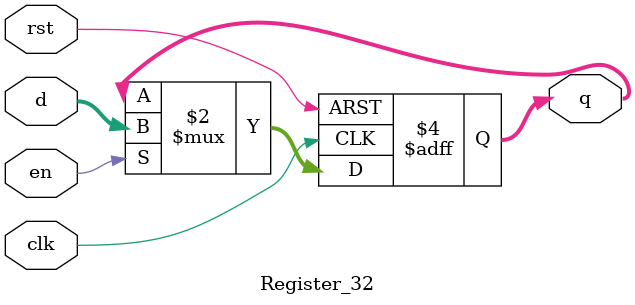
<source format=v>
`timescale 1ns / 1ps
module  Register_32
    #(parameter WIDTH = 32, 
    RST_VALUE = 0)
    (input  clk, rst, en,
    input  [WIDTH-1 : 0]  d,
    output reg  [WIDTH-1 : 0] q);

always @(posedge clk, posedge rst)
    if (rst) q <= RST_VALUE;
    else  if (en)
        q <= d;
endmodule
</source>
